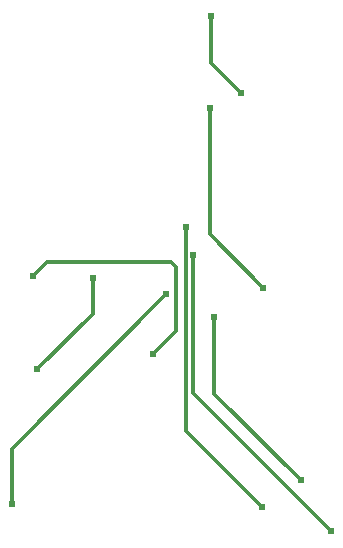
<source format=gbl>
G04 Layer: BottomLayer*
G04 EasyEDA v6.5.47, 2024-11-03 14:34:40*
G04 684bee94884246f2b67ba1c568fef4cc,02b1cd47abf14eeea88f237cf3128960,10*
G04 Gerber Generator version 0.2*
G04 Scale: 100 percent, Rotated: No, Reflected: No *
G04 Dimensions in millimeters *
G04 leading zeros omitted , absolute positions ,4 integer and 5 decimal *
%FSLAX45Y45*%
%MOMM*%

%ADD10C,0.3000*%
%ADD11C,0.6100*%

%LPD*%
D10*
X2755900Y15963900D02*
G01*
X1447800Y14655800D01*
X1447800Y14185900D01*
X3894000Y14387934D02*
G01*
X3162300Y15119634D01*
X3162300Y15773400D01*
X2984500Y16294100D02*
G01*
X2984500Y15125700D01*
X4152900Y13957300D01*
X2921000Y16535400D02*
G01*
X2921000Y14808200D01*
X3568700Y14160500D01*
X3575334Y16019833D02*
G01*
X3124200Y16470970D01*
X3124200Y17538700D01*
X3390900Y17665700D02*
G01*
X3136267Y17920332D01*
X3136267Y18317090D01*
X2647467Y15455193D02*
G01*
X2841810Y15649524D01*
X2841810Y16192228D01*
X2794482Y16239543D01*
X1748843Y16239543D01*
X1625600Y16116300D01*
X2133600Y16103600D02*
G01*
X2133600Y15798800D01*
X1663700Y15328900D01*
D11*
G01*
X1663700Y15328900D03*
G01*
X2133600Y16103600D03*
G01*
X1625600Y16116300D03*
G01*
X2647469Y15455193D03*
G01*
X3390900Y17665700D03*
G01*
X3136267Y18317088D03*
G01*
X3575331Y16019835D03*
G01*
X3124200Y17538700D03*
G01*
X1447800Y14185900D03*
G01*
X2755900Y15963900D03*
G01*
X2921000Y16535400D03*
G01*
X3568700Y14160500D03*
G01*
X2984500Y16294100D03*
G01*
X4152900Y13957300D03*
G01*
X3162300Y15773400D03*
G01*
X3894000Y14387936D03*
M02*

</source>
